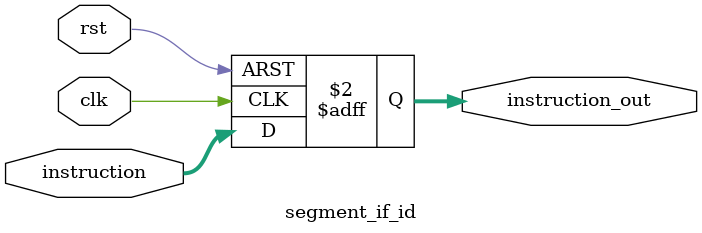
<source format=sv>
 module segment_if_id (input logic clk, rst,
								input logic [31:0] instruction,
								output logic [31:0] instruction_out);
			
	always_ff@(negedge clk, posedge rst)
		if(rst)
			begin
				instruction_out = 0;
			end
			
		else 
			begin
				instruction_out = instruction;
			end
		
endmodule
</source>
